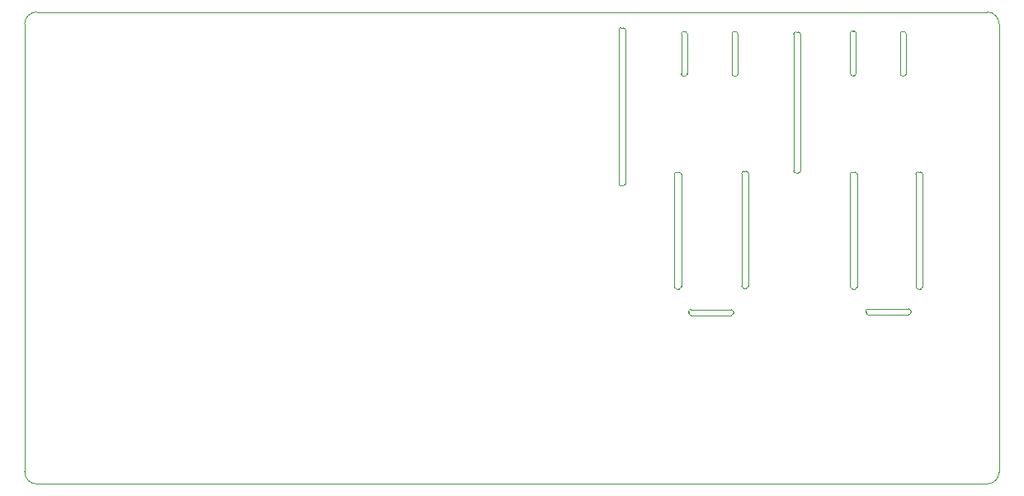
<source format=gbr>
%TF.GenerationSoftware,KiCad,Pcbnew,5.1.9-73d0e3b20d~88~ubuntu18.04.1*%
%TF.CreationDate,2021-03-24T04:21:48+02:00*%
%TF.ProjectId,Electra,456c6563-7472-4612-9e6b-696361645f70,rev?*%
%TF.SameCoordinates,Original*%
%TF.FileFunction,Profile,NP*%
%FSLAX46Y46*%
G04 Gerber Fmt 4.6, Leading zero omitted, Abs format (unit mm)*
G04 Created by KiCad (PCBNEW 5.1.9-73d0e3b20d~88~ubuntu18.04.1) date 2021-03-24 04:21:48*
%MOMM*%
%LPD*%
G01*
G04 APERTURE LIST*
%TA.AperFunction,Profile*%
%ADD10C,0.050000*%
%TD*%
G04 APERTURE END LIST*
D10*
X183830000Y-101225000D02*
G75*
G02*
X184055000Y-101000000I225000J0D01*
G01*
X184060000Y-101590000D02*
G75*
G02*
X183835000Y-101365000I0J225000D01*
G01*
X188415000Y-101365000D02*
G75*
G02*
X188190000Y-101590000I-225000J0D01*
G01*
X188415000Y-101230000D02*
X188415000Y-101365000D01*
X188190000Y-101590000D02*
X184060000Y-101590000D01*
X188190000Y-101000000D02*
G75*
G02*
X188415000Y-101225000I0J-225000D01*
G01*
X183835000Y-101365000D02*
X183830000Y-101225000D01*
X184055000Y-101000000D02*
X188190000Y-101000000D01*
X165630000Y-101295000D02*
G75*
G02*
X165855000Y-101070000I225000J0D01*
G01*
X165860000Y-101660000D02*
G75*
G02*
X165635000Y-101435000I0J225000D01*
G01*
X170215000Y-101435000D02*
G75*
G02*
X169990000Y-101660000I-225000J0D01*
G01*
X170215000Y-101300000D02*
X170215000Y-101435000D01*
X169990000Y-101660000D02*
X165860000Y-101660000D01*
X169990000Y-101070000D02*
G75*
G02*
X170215000Y-101295000I0J-225000D01*
G01*
X165635000Y-101435000D02*
X165630000Y-101295000D01*
X165855000Y-101070000D02*
X169990000Y-101070000D01*
X176885000Y-72550000D02*
G75*
G02*
X177110000Y-72775000I0J-225000D01*
G01*
X176885000Y-87050000D02*
X176635000Y-87050000D01*
X177110000Y-86825000D02*
G75*
G02*
X176885000Y-87050000I-225000J0D01*
G01*
X176635000Y-72550000D02*
X176885000Y-72550000D01*
X176635000Y-87050000D02*
G75*
G02*
X176410000Y-86825000I0J225000D01*
G01*
X177110000Y-72775000D02*
X177110000Y-86825000D01*
X176410000Y-72775000D02*
G75*
G02*
X176635000Y-72550000I225000J0D01*
G01*
X176410000Y-86825000D02*
X176410000Y-72775000D01*
X187705000Y-72500000D02*
G75*
G02*
X187930000Y-72725000I0J-225000D01*
G01*
X187340000Y-72730000D02*
G75*
G02*
X187565000Y-72505000I225000J0D01*
G01*
X187565000Y-77085000D02*
G75*
G02*
X187340000Y-76860000I0J225000D01*
G01*
X187700000Y-77085000D02*
X187565000Y-77085000D01*
X187340000Y-76860000D02*
X187340000Y-72730000D01*
X187930000Y-76860000D02*
G75*
G02*
X187705000Y-77085000I-225000J0D01*
G01*
X187565000Y-72505000D02*
X187705000Y-72500000D01*
X187930000Y-72725000D02*
X187930000Y-76860000D01*
X182585000Y-72450000D02*
G75*
G02*
X182810000Y-72675000I0J-225000D01*
G01*
X182220000Y-72680000D02*
G75*
G02*
X182445000Y-72455000I225000J0D01*
G01*
X182445000Y-77035000D02*
G75*
G02*
X182220000Y-76810000I0J225000D01*
G01*
X182580000Y-77035000D02*
X182445000Y-77035000D01*
X182220000Y-76810000D02*
X182220000Y-72680000D01*
X182810000Y-76810000D02*
G75*
G02*
X182585000Y-77035000I-225000J0D01*
G01*
X182445000Y-72455000D02*
X182585000Y-72450000D01*
X182810000Y-72675000D02*
X182810000Y-76810000D01*
X170455000Y-72510000D02*
G75*
G02*
X170680000Y-72735000I0J-225000D01*
G01*
X170090000Y-72740000D02*
G75*
G02*
X170315000Y-72515000I225000J0D01*
G01*
X170315000Y-77095000D02*
G75*
G02*
X170090000Y-76870000I0J225000D01*
G01*
X170450000Y-77095000D02*
X170315000Y-77095000D01*
X170090000Y-76870000D02*
X170090000Y-72740000D01*
X170680000Y-76870000D02*
G75*
G02*
X170455000Y-77095000I-225000J0D01*
G01*
X170315000Y-72515000D02*
X170455000Y-72510000D01*
X170680000Y-72735000D02*
X170680000Y-76870000D01*
X165235000Y-72510000D02*
G75*
G02*
X165460000Y-72735000I0J-225000D01*
G01*
X164870000Y-72740000D02*
G75*
G02*
X165095000Y-72515000I225000J0D01*
G01*
X165230000Y-77095000D02*
X165095000Y-77095000D01*
X165460000Y-76870000D02*
G75*
G02*
X165235000Y-77095000I-225000J0D01*
G01*
X165095000Y-72515000D02*
X165235000Y-72510000D01*
X165095000Y-77095000D02*
G75*
G02*
X164870000Y-76870000I0J225000D01*
G01*
X165460000Y-72735000D02*
X165460000Y-76870000D01*
X164870000Y-76870000D02*
X164870000Y-72740000D01*
X189420000Y-86950000D02*
G75*
G02*
X189645000Y-87175000I0J-225000D01*
G01*
X189420000Y-98950000D02*
X189170000Y-98950000D01*
X189645000Y-98725000D02*
G75*
G02*
X189420000Y-98950000I-225000J0D01*
G01*
X189170000Y-86950000D02*
X189420000Y-86950000D01*
X189170000Y-98950000D02*
G75*
G02*
X188945000Y-98725000I0J225000D01*
G01*
X189645000Y-87175000D02*
X189645000Y-98725000D01*
X188945000Y-87175000D02*
G75*
G02*
X189170000Y-86950000I225000J0D01*
G01*
X188945000Y-98725000D02*
X188945000Y-87175000D01*
X182695000Y-86950000D02*
G75*
G02*
X182920000Y-87175000I0J-225000D01*
G01*
X182695000Y-98950000D02*
X182445000Y-98950000D01*
X182920000Y-98725000D02*
G75*
G02*
X182695000Y-98950000I-225000J0D01*
G01*
X182445000Y-86950000D02*
X182695000Y-86950000D01*
X182445000Y-98950000D02*
G75*
G02*
X182220000Y-98725000I0J225000D01*
G01*
X182920000Y-87175000D02*
X182920000Y-98725000D01*
X182220000Y-87175000D02*
G75*
G02*
X182445000Y-86950000I225000J0D01*
G01*
X182220000Y-98725000D02*
X182220000Y-87175000D01*
X164645000Y-86950000D02*
G75*
G02*
X164870000Y-87175000I0J-225000D01*
G01*
X164645000Y-98950000D02*
X164395000Y-98950000D01*
X164870000Y-98725000D02*
G75*
G02*
X164645000Y-98950000I-225000J0D01*
G01*
X164395000Y-86950000D02*
X164645000Y-86950000D01*
X164395000Y-98950000D02*
G75*
G02*
X164170000Y-98725000I0J225000D01*
G01*
X164870000Y-87175000D02*
X164870000Y-98725000D01*
X164170000Y-87175000D02*
G75*
G02*
X164395000Y-86950000I225000J0D01*
G01*
X164170000Y-98725000D02*
X164170000Y-87175000D01*
X171545000Y-86875000D02*
G75*
G02*
X171770000Y-87100000I0J-225000D01*
G01*
X171545000Y-98875000D02*
X171295000Y-98875000D01*
X171770000Y-98650000D02*
G75*
G02*
X171545000Y-98875000I-225000J0D01*
G01*
X171295000Y-86875000D02*
X171545000Y-86875000D01*
X171295000Y-98875000D02*
G75*
G02*
X171070000Y-98650000I0J225000D01*
G01*
X171770000Y-87100000D02*
X171770000Y-98650000D01*
X171070000Y-87100000D02*
G75*
G02*
X171295000Y-86875000I225000J0D01*
G01*
X171070000Y-98650000D02*
X171070000Y-87100000D01*
X159150000Y-88135000D02*
G75*
G02*
X158925000Y-88360000I-225000J0D01*
G01*
X158675000Y-88360000D02*
G75*
G02*
X158450000Y-88135000I0J225000D01*
G01*
X158925000Y-72110000D02*
G75*
G02*
X159150000Y-72335000I0J-225000D01*
G01*
X158450000Y-72335000D02*
G75*
G02*
X158675000Y-72110000I225000J0D01*
G01*
X158450000Y-88135000D02*
X158450000Y-72335000D01*
X158925000Y-88360000D02*
X158675000Y-88360000D01*
X159150000Y-72335000D02*
X159150000Y-88135000D01*
X158675000Y-72110000D02*
X158925000Y-72110000D01*
X196250000Y-70500000D02*
G75*
G02*
X197500000Y-71750000I0J-1250000D01*
G01*
X197500000Y-117750000D02*
G75*
G02*
X196250000Y-119000000I-1250000J0D01*
G01*
X98750000Y-119000000D02*
G75*
G02*
X97500000Y-117750000I0J1250000D01*
G01*
X97500000Y-71750000D02*
G75*
G02*
X98750000Y-70500000I1250000J0D01*
G01*
X196250000Y-70500000D02*
X98750000Y-70500000D01*
X197500000Y-117750000D02*
X197500000Y-71750000D01*
X98750000Y-119000000D02*
X196250000Y-119000000D01*
X97500000Y-71750000D02*
X97500000Y-117750000D01*
M02*

</source>
